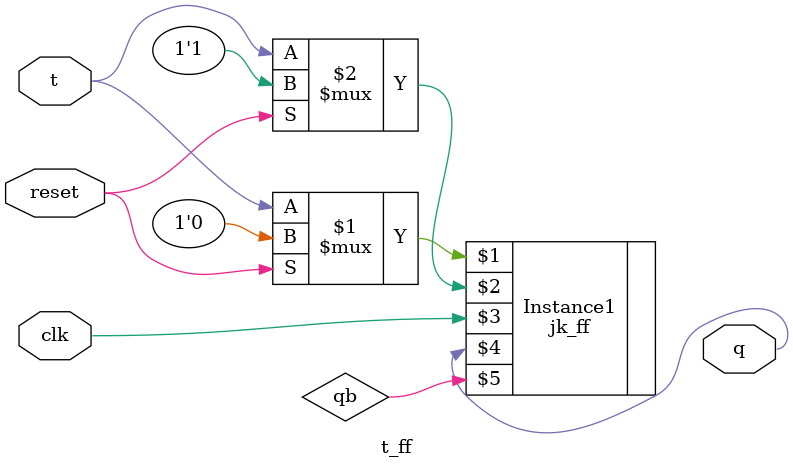
<source format=v>

`include "jk_flipflop.v"

module t_ff (q, t, clk, reset);

  input t, clk, reset;
  wire t, clk, reset;

  output q;
  wire q;

  wire qb;

  jk_ff Instance1 (reset?1'b0:t, reset?1'b1:t, clk, q, qb);

endmodule


</source>
